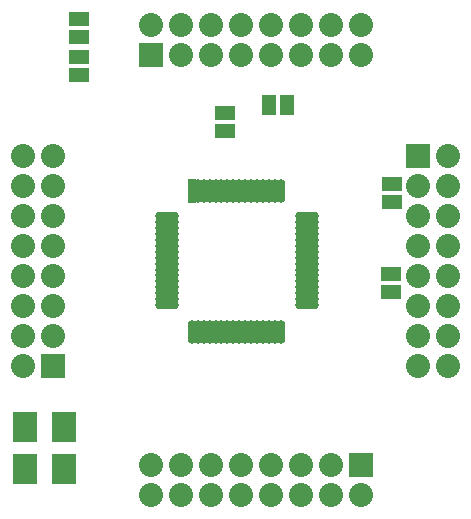
<source format=gbs>
G04 #@! TF.FileFunction,Soldermask,Bot*
%FSLAX46Y46*%
G04 Gerber Fmt 4.6, Leading zero omitted, Abs format (unit mm)*
G04 Created by KiCad (PCBNEW 4.0.7) date 02/13/18 20:48:28*
%MOMM*%
%LPD*%
G01*
G04 APERTURE LIST*
%ADD10C,0.150000*%
%ADD11R,1.651000X1.143000*%
%ADD12R,1.143000X1.651000*%
%ADD13R,2.032000X2.540000*%
%ADD14R,0.756920X2.032000*%
%ADD15O,0.756920X2.032000*%
%ADD16O,2.032000X0.756920*%
%ADD17R,2.032000X2.032000*%
%ADD18C,2.032000*%
G04 APERTURE END LIST*
D10*
D11*
X143510000Y-62103000D03*
X143510000Y-63627000D03*
X116967000Y-48133000D03*
X116967000Y-49657000D03*
X143383000Y-71247000D03*
X143383000Y-69723000D03*
D12*
X134620000Y-55435500D03*
X133096000Y-55435500D03*
D11*
X129349500Y-57594500D03*
X129349500Y-56070500D03*
X116967000Y-51371500D03*
X116967000Y-52895500D03*
D13*
X112395000Y-82677000D03*
X115697000Y-82677000D03*
X115697000Y-86233000D03*
X112395000Y-86233000D03*
D14*
X126552960Y-62710060D03*
D15*
X127053340Y-62710060D03*
X127553720Y-62710060D03*
X128054100Y-62710060D03*
X128554480Y-62710060D03*
X129052320Y-62710060D03*
X129552700Y-62710060D03*
X130053080Y-62710060D03*
X130553460Y-62710060D03*
X131053840Y-62710060D03*
X131554220Y-62710060D03*
X132052060Y-62710060D03*
X132552440Y-62710060D03*
X133052820Y-62710060D03*
X133553200Y-62710060D03*
X134053580Y-62710060D03*
D16*
X136334500Y-64830960D03*
X136334500Y-65331340D03*
X136334500Y-65831720D03*
X136334500Y-66332100D03*
X136334500Y-66832480D03*
X136334500Y-67330320D03*
X136334500Y-67830700D03*
X136334500Y-68331080D03*
X136334500Y-68831460D03*
X136334500Y-69331840D03*
X136334500Y-69832220D03*
X136334500Y-70330060D03*
X136334500Y-70830440D03*
X136334500Y-71330820D03*
X136334500Y-71831200D03*
X136334500Y-72331580D03*
D15*
X134053580Y-74612500D03*
X133553200Y-74612500D03*
X133052820Y-74612500D03*
X132552440Y-74612500D03*
X132052060Y-74612500D03*
X131554220Y-74612500D03*
X131053840Y-74612500D03*
X130553460Y-74612500D03*
X130053080Y-74612500D03*
X129552700Y-74612500D03*
X129052320Y-74612500D03*
X128554480Y-74612500D03*
X128054100Y-74612500D03*
X127553720Y-74612500D03*
X127053340Y-74612500D03*
X126552960Y-74612500D03*
D16*
X124432060Y-72331580D03*
X124432060Y-71831200D03*
X124432060Y-70830440D03*
X124414280Y-71330820D03*
X124432060Y-70330060D03*
X124432060Y-69832220D03*
X124432060Y-69331840D03*
X124432060Y-68831460D03*
X124432060Y-68331080D03*
X124432060Y-67830700D03*
X124432060Y-67337940D03*
X124432060Y-66837560D03*
X124432060Y-66337180D03*
X124432060Y-65836800D03*
X124432060Y-65338960D03*
X124432060Y-64838580D03*
D17*
X123063000Y-51181000D03*
D18*
X123063000Y-48641000D03*
X125603000Y-51181000D03*
X125603000Y-48641000D03*
X128143000Y-51181000D03*
X128143000Y-48641000D03*
X130683000Y-51181000D03*
X130683000Y-48641000D03*
X133223000Y-51181000D03*
X133223000Y-48641000D03*
X135763000Y-51181000D03*
X135763000Y-48641000D03*
X138303000Y-51181000D03*
X138303000Y-48641000D03*
X140843000Y-51181000D03*
X140843000Y-48641000D03*
D17*
X140843000Y-85852000D03*
D18*
X140843000Y-88392000D03*
X138303000Y-85852000D03*
X138303000Y-88392000D03*
X135763000Y-85852000D03*
X135763000Y-88392000D03*
X133223000Y-85852000D03*
X133223000Y-88392000D03*
X130683000Y-85852000D03*
X130683000Y-88392000D03*
X128143000Y-85852000D03*
X128143000Y-88392000D03*
X125603000Y-85852000D03*
X125603000Y-88392000D03*
X123063000Y-85852000D03*
X123063000Y-88392000D03*
D17*
X145669000Y-59690000D03*
D18*
X148209000Y-59690000D03*
X145669000Y-62230000D03*
X148209000Y-62230000D03*
X145669000Y-64770000D03*
X148209000Y-64770000D03*
X145669000Y-67310000D03*
X148209000Y-67310000D03*
X145669000Y-69850000D03*
X148209000Y-69850000D03*
X145669000Y-72390000D03*
X148209000Y-72390000D03*
X145669000Y-74930000D03*
X148209000Y-74930000D03*
X145669000Y-77470000D03*
X148209000Y-77470000D03*
D17*
X114808000Y-77470000D03*
D18*
X112268000Y-77470000D03*
X114808000Y-74930000D03*
X112268000Y-74930000D03*
X114808000Y-72390000D03*
X112268000Y-72390000D03*
X114808000Y-69850000D03*
X112268000Y-69850000D03*
X114808000Y-67310000D03*
X112268000Y-67310000D03*
X114808000Y-64770000D03*
X112268000Y-64770000D03*
X114808000Y-62230000D03*
X112268000Y-62230000D03*
X114808000Y-59690000D03*
X112268000Y-59690000D03*
M02*

</source>
